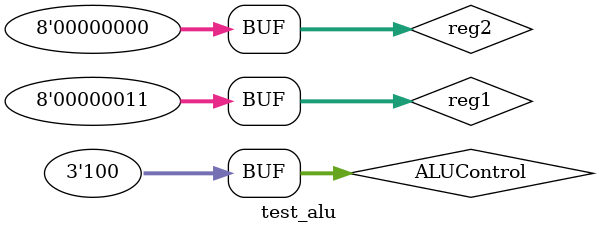
<source format=v>
`timescale 1ns / 1ps


module test_alu();
  reg [7:0] reg1,reg2;
  reg [2:0] ALUControl;
  wire [7:0] result;
  
  ALU alu_test(.reg1(reg1),.reg2(reg2),.ALUControl(ALUControl),.result(result));
  
  initial begin
    
    reg1 = 8'd0; reg2 = 8'd0;ALUControl = 3'b011;

#50 reg1 = 8'd0; reg2 = 8'd0;ALUControl = 3'b011; 
#50 reg1 = 8'd3; reg2 = 8'd2;ALUControl = 3'b101;
#50 reg1 = 8'd3; reg2 = 8'd0;ALUControl = 3'b100; 

end


endmodule
</source>
